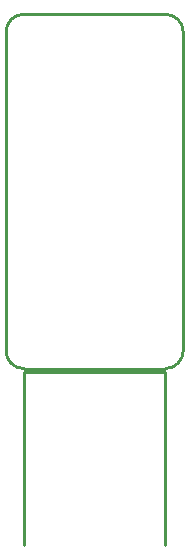
<source format=gko>
G04 Layer: BoardOutlineLayer*
G04 EasyEDA v6.5.1, 2022-03-27 00:49:21*
G04 a67cddfb3fce44daa9051d46cbbcc19f,10*
G04 Gerber Generator version 0.2*
G04 Scale: 100 percent, Rotated: No, Reflected: No *
G04 Dimensions in millimeters *
G04 leading zeros omitted , absolute positions ,4 integer and 5 decimal *
%FSLAX45Y45*%
%MOMM*%

%ADD10C,0.2540*%
D10*
X0Y149999D02*
G01*
X0Y2849999D01*
X1349999Y0D02*
G01*
X149999Y0D01*
X1499999Y2849999D02*
G01*
X1499999Y149999D01*
X149999Y2999999D02*
G01*
X1349999Y2999999D01*
G75*
G01*
X1350000Y2999999D02*
G02*
X1500000Y2849999I0J-150000D01*
G75*
G01*
X1500000Y150000D02*
G02*
X1350000Y0I-150000J0D01*
G75*
G01*
X150000Y0D02*
G02*
X0Y150000I0J150000D01*
G75*
G01*
X0Y2849999D02*
G02*
X150000Y2999999I150000J0D01*
X150075Y-1495044D02*
G01*
X150075Y-25057D01*
X150063Y-25044D01*
X1350060Y-25044D02*
G01*
X1350060Y-1495044D01*
X1350060Y-25044D02*
G01*
X150063Y-25044D01*

%LPD*%
M02*

</source>
